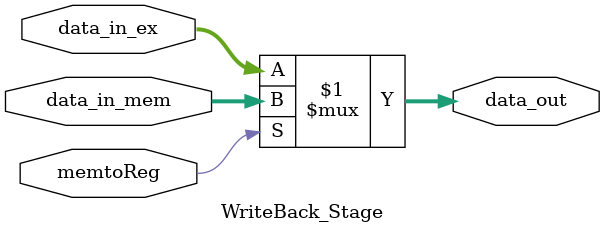
<source format=v>
module WriteBack_Stage (
    input [31:0] data_in_ex,   // ALU result (from EX/MEM pipeline register)
    input [31:0] data_in_mem,  // Memory read data (from MEM/WB pipeline register)
    input memtoReg,            // Control signal (1 = use memory data, 0 = use ALU result)
    output [31:0] data_out     // Data to write back to the register file and Forwarding Unit in EX
);
    // Combinational multiplexer logic
    assign data_out = (memtoReg) ? data_in_mem : data_in_ex;
endmodule


</source>
